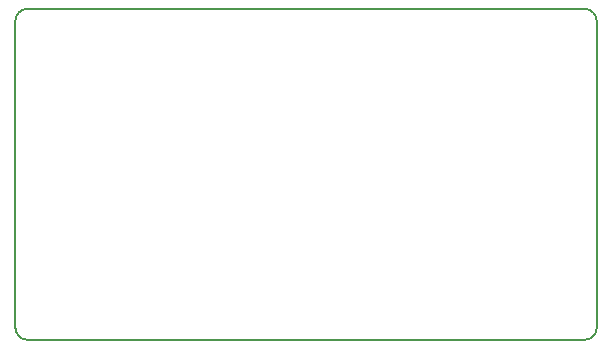
<source format=gbr>
%TF.GenerationSoftware,KiCad,Pcbnew,7.0.2-0*%
%TF.CreationDate,2023-05-15T12:10:58+08:00*%
%TF.ProjectId,slimarm_carambola,736c696d-6172-46d5-9f63-6172616d626f,rev?*%
%TF.SameCoordinates,Original*%
%TF.FileFunction,Profile,NP*%
%FSLAX46Y46*%
G04 Gerber Fmt 4.6, Leading zero omitted, Abs format (unit mm)*
G04 Created by KiCad (PCBNEW 7.0.2-0) date 2023-05-15 12:10:58*
%MOMM*%
%LPD*%
G01*
G04 APERTURE LIST*
%TA.AperFunction,Profile*%
%ADD10C,0.150000*%
%TD*%
G04 APERTURE END LIST*
D10*
X15799954Y-40478200D02*
G75*
G03*
X16790251Y-41478199I1010246J10100D01*
G01*
X64000000Y-41478195D02*
G75*
G03*
X65009745Y-40478393I-10100J1019995D01*
G01*
X64999848Y-14462001D02*
G75*
G03*
X64009652Y-13462000I-1010148J-9999D01*
G01*
X16800096Y-13462003D02*
G75*
G03*
X15800000Y-14452348I10104J-1010347D01*
G01*
X65009746Y-40478393D02*
X64999903Y-14462000D01*
X64009652Y-13462000D02*
X16800096Y-13462000D01*
X15800000Y-14452348D02*
X15800000Y-40478200D01*
X16790251Y-41478200D02*
X64000000Y-41478200D01*
M02*

</source>
